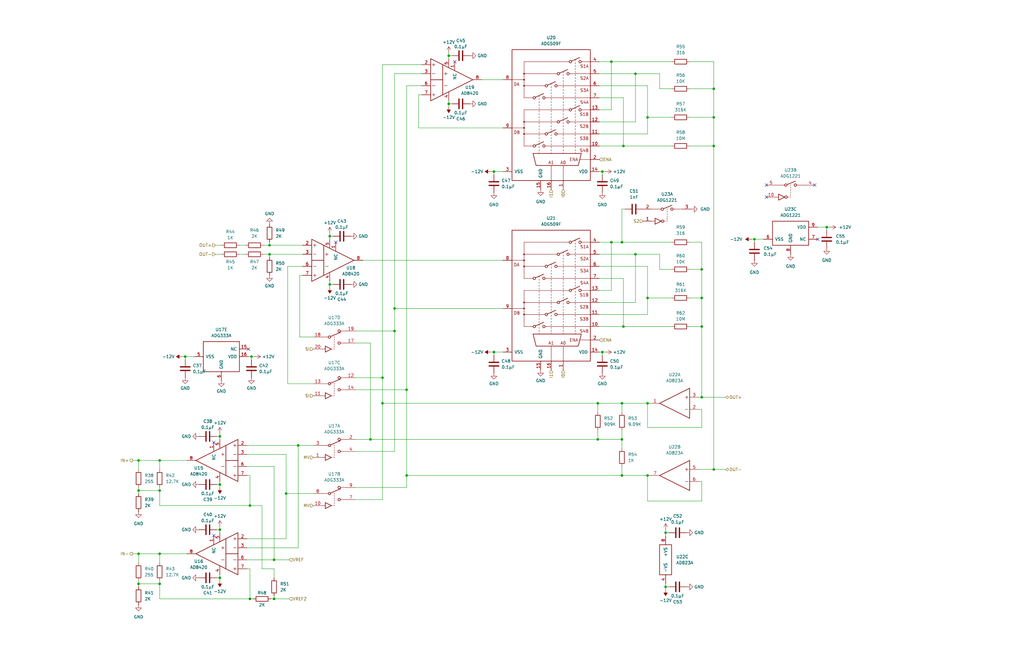
<source format=kicad_sch>
(kicad_sch (version 20231120) (generator "eeschema") (generator_version "8.0")
  (paper "USLedger")
  (title_block (title "SMU 2.0") (date "2025-05-29") (company "Olin College of Engineering"))
  (junction (at 171.45 164.465))
  (junction (at 161.29 170.18))
  (junction (at 58.42 207.01))
  (junction (at 300.99 198.12))
  (junction (at 67.31 246.38))
  (junction (at 273.05 200.66))
  (junction (at 300.99 61.595))
  (junction (at 113.665 107.315))
  (junction (at 139.065 99.695))
  (junction (at 295.91 167.64))
  (junction (at 295.91 137.795))
  (junction (at 252.095 185.42))
  (junction (at 125.73 187.96))
  (junction (at 262.89 137.795))
  (junction (at 58.42 246.38))
  (junction (at 273.05 49.53))
  (junction (at 58.42 233.68))
  (junction (at 92.71 204.47))
  (junction (at 92.71 184.15))
  (junction (at 156.21 185.42))
  (junction (at 254 148.59))
  (junction (at 262.255 185.42))
  (junction (at 257.81 102.235))
  (junction (at 105.41 252.73))
  (junction (at 161.29 159.385))
  (junction (at 67.31 194.31))
  (junction (at 139.065 120.015))
  (junction (at 318.135 100.965))
  (junction (at 120.65 208.28))
  (junction (at 295.91 125.73))
  (junction (at 262.255 170.18))
  (junction (at 78.105 150.495))
  (junction (at 105.41 213.36))
  (junction (at 295.91 113.665))
  (junction (at 208.28 72.39))
  (junction (at 262.255 102.235))
  (junction (at 58.42 194.31))
  (junction (at 300.99 49.53))
  (junction (at 262.89 61.595))
  (junction (at 67.31 207.01))
  (junction (at 208.28 148.59))
  (junction (at 113.665 103.505))
  (junction (at 67.31 233.68))
  (junction (at 348.615 95.885))
  (junction (at 171.45 200.66))
  (junction (at 254 72.39))
  (junction (at 262.255 200.66))
  (junction (at 189.23 43.815))
  (junction (at 92.71 223.52))
  (junction (at 273.05 170.18))
  (junction (at 280.67 247.65))
  (junction (at 189.23 23.495))
  (junction (at 267.97 31.115))
  (junction (at 280.67 224.79))
  (junction (at 115.57 236.22))
  (junction (at 166.37 130.175))
  (junction (at 273.05 125.73))
  (junction (at 92.71 243.84))
  (junction (at 300.99 37.465))
  (junction (at 252.095 170.18))
  (junction (at 257.81 26.035))
  (junction (at 267.97 107.315))
  (junction (at 106.045 150.495))
  (junction (at 115.57 252.73))
  (junction (at 166.37 139.7))
  (no_connect (at 344.805 100.965))
  (no_connect (at 90.17 186.69))
  (no_connect (at 323.215 83.185))
  (no_connect (at 343.535 78.105))
  (no_connect (at 323.215 78.105))
  (no_connect (at 191.77 26.035))
  (no_connect (at 141.605 102.235))
  (no_connect (at 104.775 147.32))
  (no_connect (at 90.17 226.06))
  (wire (pts (xy 55.88 194.31) (xy 58.42 194.31)))
  (wire (pts (xy 348.615 95.885) (xy 348.615 97.155)))
  (wire (pts (xy 280.67 224.79) (xy 281.94 224.79)))
  (wire (pts (xy 252.73 122.555) (xy 257.81 122.555)))
  (wire (pts (xy 262.255 170.18) (xy 262.255 173.99)))
  (wire (pts (xy 262.255 88.265) (xy 262.255 102.235)))
  (wire (pts (xy 252.095 173.99) (xy 252.095 170.18)))
  (wire (pts (xy 139.065 100.965) (xy 139.065 99.695)))
  (wire (pts (xy 177.8 40.005) (xy 176.53 40.005)))
  (wire (pts (xy 67.31 233.68) (xy 78.74 233.68)))
  (wire (pts (xy 280.67 247.65) (xy 280.67 248.92)))
  (wire (pts (xy 100.965 103.505) (xy 103.505 103.505)))
  (wire (pts (xy 92.71 223.52) (xy 92.71 224.79)))
  (wire (pts (xy 104.775 150.495) (xy 106.045 150.495)))
  (wire (pts (xy 58.42 245.11) (xy 58.42 246.38)))
  (wire (pts (xy 316.865 100.965) (xy 318.135 100.965)))
  (wire (pts (xy 67.31 213.36) (xy 105.41 213.36)))
  (wire (pts (xy 257.81 102.235) (xy 262.255 102.235)))
  (wire (pts (xy 262.255 102.235) (xy 283.21 102.235)))
  (wire (pts (xy 104.14 227.33) (xy 120.65 227.33)))
  (wire (pts (xy 139.065 120.015) (xy 140.335 120.015)))
  (wire (pts (xy 254 148.59) (xy 255.27 148.59)))
  (wire (pts (xy 278.13 37.465) (xy 283.21 37.465)))
  (wire (pts (xy 120.65 191.77) (xy 120.65 208.28)))
  (wire (pts (xy 91.44 204.47) (xy 92.71 204.47)))
  (wire (pts (xy 252.73 46.355) (xy 257.81 46.355)))
  (wire (pts (xy 295.91 113.665) (xy 295.91 125.73)))
  (wire (pts (xy 58.42 207.01) (xy 67.31 207.01)))
  (wire (pts (xy 161.29 159.385) (xy 161.29 170.18)))
  (wire (pts (xy 125.73 187.96) (xy 125.73 231.14)))
  (wire (pts (xy 189.23 43.815) (xy 189.23 45.085)))
  (wire (pts (xy 207.01 148.59) (xy 208.28 148.59)))
  (wire (pts (xy 254 148.59) (xy 254 149.86)))
  (wire (pts (xy 92.71 203.2) (xy 92.71 204.47)))
  (wire (pts (xy 126.365 142.24) (xy 132.08 142.24)))
  (wire (pts (xy 106.045 150.495) (xy 106.045 151.765)))
  (wire (pts (xy 295.91 137.795) (xy 295.91 167.64)))
  (wire (pts (xy 278.13 113.665) (xy 278.13 107.315)))
  (wire (pts (xy 92.71 184.15) (xy 92.71 185.42)))
  (wire (pts (xy 252.73 137.795) (xy 262.89 137.795)))
  (wire (pts (xy 295.91 203.2) (xy 295.91 211.455)))
  (wire (pts (xy 166.37 190.5) (xy 166.37 139.7)))
  (wire (pts (xy 189.23 43.815) (xy 190.5 43.815)))
  (wire (pts (xy 121.285 112.395) (xy 127.635 112.395)))
  (wire (pts (xy 110.49 213.36) (xy 110.49 240.03)))
  (wire (pts (xy 267.97 31.115) (xy 267.97 51.435)))
  (wire (pts (xy 290.83 37.465) (xy 300.99 37.465)))
  (wire (pts (xy 111.125 107.315) (xy 113.665 107.315)))
  (wire (pts (xy 171.45 36.195) (xy 171.45 164.465)))
  (wire (pts (xy 273.05 56.515) (xy 252.73 56.515)))
  (wire (pts (xy 321.945 100.965) (xy 318.135 100.965)))
  (wire (pts (xy 278.13 31.115) (xy 267.97 31.115)))
  (wire (pts (xy 290.83 102.235) (xy 295.91 102.235)))
  (wire (pts (xy 106.045 150.495) (xy 107.315 150.495)))
  (wire (pts (xy 257.81 46.355) (xy 257.81 26.035)))
  (wire (pts (xy 149.86 205.74) (xy 171.45 205.74)))
  (wire (pts (xy 294.64 167.64) (xy 295.91 167.64)))
  (wire (pts (xy 257.81 26.035) (xy 283.21 26.035)))
  (wire (pts (xy 252.73 102.235) (xy 257.81 102.235)))
  (wire (pts (xy 67.31 233.68) (xy 67.31 237.49)))
  (wire (pts (xy 177.8 31.115) (xy 166.37 31.115)))
  (wire (pts (xy 76.835 150.495) (xy 78.105 150.495)))
  (wire (pts (xy 67.31 252.73) (xy 105.41 252.73)))
  (wire (pts (xy 104.14 196.85) (xy 115.57 196.85)))
  (wire (pts (xy 262.255 88.265) (xy 263.525 88.265)))
  (wire (pts (xy 300.99 49.53) (xy 300.99 61.595)))
  (wire (pts (xy 262.255 196.85) (xy 262.255 200.66)))
  (wire (pts (xy 139.065 120.015) (xy 139.065 121.285)))
  (wire (pts (xy 290.83 61.595) (xy 300.99 61.595)))
  (wire (pts (xy 115.57 251.46) (xy 115.57 252.73)))
  (wire (pts (xy 92.71 243.84) (xy 92.71 245.11)))
  (wire (pts (xy 273.05 36.195) (xy 273.05 49.53)))
  (wire (pts (xy 113.665 103.505) (xy 127.635 103.505)))
  (wire (pts (xy 252.095 170.18) (xy 262.255 170.18)))
  (wire (pts (xy 290.83 113.665) (xy 295.91 113.665)))
  (wire (pts (xy 290.83 125.73) (xy 295.91 125.73)))
  (wire (pts (xy 153.035 109.855) (xy 212.09 109.855)))
  (wire (pts (xy 278.13 107.315) (xy 267.97 107.315)))
  (wire (pts (xy 348.615 95.885) (xy 349.885 95.885)))
  (wire (pts (xy 189.23 42.545) (xy 189.23 43.815)))
  (wire (pts (xy 92.71 242.57) (xy 92.71 243.84)))
  (wire (pts (xy 67.31 194.31) (xy 78.74 194.31)))
  (wire (pts (xy 149.86 144.78) (xy 156.21 144.78)))
  (wire (pts (xy 78.105 150.495) (xy 78.105 151.765)))
  (wire (pts (xy 208.28 72.39) (xy 208.28 73.66)))
  (wire (pts (xy 58.42 246.38) (xy 67.31 246.38)))
  (wire (pts (xy 171.45 200.66) (xy 262.255 200.66)))
  (wire (pts (xy 171.45 200.66) (xy 171.45 205.74)))
  (wire (pts (xy 189.23 23.495) (xy 190.5 23.495)))
  (wire (pts (xy 318.135 100.965) (xy 318.135 102.235)))
  (wire (pts (xy 252.73 61.595) (xy 262.89 61.595)))
  (wire (pts (xy 91.44 243.84) (xy 92.71 243.84)))
  (wire (pts (xy 262.89 117.475) (xy 262.89 137.795)))
  (wire (pts (xy 267.97 51.435) (xy 252.73 51.435)))
  (wire (pts (xy 267.97 107.315) (xy 267.97 127.635)))
  (wire (pts (xy 254 72.39) (xy 255.27 72.39)))
  (wire (pts (xy 189.23 22.225) (xy 189.23 23.495)))
  (wire (pts (xy 290.83 26.035) (xy 300.99 26.035)))
  (wire (pts (xy 149.86 159.385) (xy 161.29 159.385)))
  (wire (pts (xy 273.05 200.66) (xy 274.32 200.66)))
  (wire (pts (xy 295.91 102.235) (xy 295.91 113.665)))
  (wire (pts (xy 262.89 61.595) (xy 283.21 61.595)))
  (wire (pts (xy 58.42 233.68) (xy 67.31 233.68)))
  (wire (pts (xy 295.91 180.34) (xy 273.05 180.34)))
  (wire (pts (xy 139.065 98.425) (xy 139.065 99.695)))
  (wire (pts (xy 149.86 190.5) (xy 166.37 190.5)))
  (wire (pts (xy 161.29 210.82) (xy 161.29 170.18)))
  (wire (pts (xy 78.105 150.495) (xy 81.915 150.495)))
  (wire (pts (xy 113.665 107.315) (xy 127.635 107.315)))
  (wire (pts (xy 113.665 107.315) (xy 113.665 108.585)))
  (wire (pts (xy 90.805 107.315) (xy 93.345 107.315)))
  (wire (pts (xy 58.42 233.68) (xy 58.42 237.49)))
  (wire (pts (xy 262.89 137.795) (xy 283.21 137.795)))
  (wire (pts (xy 252.73 107.315) (xy 267.97 107.315)))
  (wire (pts (xy 161.29 27.305) (xy 161.29 159.385)))
  (wire (pts (xy 58.42 246.38) (xy 58.42 247.65)))
  (wire (pts (xy 104.14 236.22) (xy 115.57 236.22)))
  (wire (pts (xy 252.73 36.195) (xy 273.05 36.195)))
  (wire (pts (xy 104.14 191.77) (xy 120.65 191.77)))
  (wire (pts (xy 139.065 99.695) (xy 140.335 99.695)))
  (wire (pts (xy 121.285 161.925) (xy 121.285 112.395)))
  (wire (pts (xy 104.14 187.96) (xy 125.73 187.96)))
  (wire (pts (xy 294.64 198.12) (xy 300.99 198.12)))
  (wire (pts (xy 208.28 148.59) (xy 208.28 149.86)))
  (wire (pts (xy 262.255 185.42) (xy 262.255 189.23)))
  (wire (pts (xy 113.665 102.235) (xy 113.665 103.505)))
  (wire (pts (xy 290.83 49.53) (xy 300.99 49.53)))
  (wire (pts (xy 100.965 107.315) (xy 103.505 107.315)))
  (wire (pts (xy 115.57 240.03) (xy 110.49 240.03)))
  (wire (pts (xy 120.65 208.28) (xy 132.08 208.28)))
  (wire (pts (xy 115.57 236.22) (xy 121.92 236.22)))
  (wire (pts (xy 55.88 233.68) (xy 58.42 233.68)))
  (wire (pts (xy 90.805 103.505) (xy 93.345 103.505)))
  (wire (pts (xy 176.53 53.975) (xy 212.09 53.975)))
  (wire (pts (xy 207.01 72.39) (xy 208.28 72.39)))
  (wire (pts (xy 208.28 72.39) (xy 212.09 72.39)))
  (wire (pts (xy 294.64 172.72) (xy 295.91 172.72)))
  (wire (pts (xy 156.21 144.78) (xy 156.21 185.42)))
  (wire (pts (xy 300.99 26.035) (xy 300.99 37.465)))
  (wire (pts (xy 111.125 103.505) (xy 113.665 103.505)))
  (wire (pts (xy 280.67 226.06) (xy 280.67 224.79)))
  (wire (pts (xy 252.73 72.39) (xy 254 72.39)))
  (wire (pts (xy 344.805 95.885) (xy 348.615 95.885)))
  (wire (pts (xy 262.255 200.66) (xy 273.05 200.66)))
  (wire (pts (xy 105.41 252.73) (xy 106.68 252.73)))
  (wire (pts (xy 139.065 118.745) (xy 139.065 120.015)))
  (wire (pts (xy 273.05 49.53) (xy 273.05 56.515)))
  (wire (pts (xy 58.42 194.31) (xy 67.31 194.31)))
  (wire (pts (xy 295.91 172.72) (xy 295.91 180.34)))
  (wire (pts (xy 300.99 198.12) (xy 306.07 198.12)))
  (wire (pts (xy 149.86 139.7) (xy 166.37 139.7)))
  (wire (pts (xy 171.45 164.465) (xy 171.45 200.66)))
  (wire (pts (xy 300.99 37.465) (xy 300.99 49.53)))
  (wire (pts (xy 176.53 40.005) (xy 176.53 53.975)))
  (wire (pts (xy 115.57 243.84) (xy 115.57 240.03)))
  (wire (pts (xy 295.91 211.455) (xy 273.05 211.455)))
  (wire (pts (xy 295.91 167.64) (xy 306.07 167.64)))
  (wire (pts (xy 115.57 252.73) (xy 114.3 252.73)))
  (wire (pts (xy 166.37 31.115) (xy 166.37 130.175)))
  (wire (pts (xy 262.255 181.61) (xy 262.255 185.42)))
  (wire (pts (xy 166.37 139.7) (xy 166.37 130.175)))
  (wire (pts (xy 294.64 203.2) (xy 295.91 203.2)))
  (wire (pts (xy 58.42 207.01) (xy 58.42 208.28)))
  (wire (pts (xy 278.13 113.665) (xy 283.21 113.665)))
  (wire (pts (xy 91.44 223.52) (xy 92.71 223.52)))
  (wire (pts (xy 149.86 164.465) (xy 171.45 164.465)))
  (wire (pts (xy 92.71 182.88) (xy 92.71 184.15)))
  (wire (pts (xy 252.095 185.42) (xy 156.21 185.42)))
  (wire (pts (xy 300.99 61.595) (xy 300.99 198.12)))
  (wire (pts (xy 149.86 210.82) (xy 161.29 210.82)))
  (wire (pts (xy 58.42 205.74) (xy 58.42 207.01)))
  (wire (pts (xy 91.44 184.15) (xy 92.71 184.15)))
  (wire (pts (xy 67.31 205.74) (xy 67.31 207.01)))
  (wire (pts (xy 127.635 116.205) (xy 126.365 116.205)))
  (wire (pts (xy 262.89 41.275) (xy 262.89 61.595)))
  (wire (pts (xy 262.89 117.475) (xy 252.73 117.475)))
  (wire (pts (xy 166.37 130.175) (xy 212.09 130.175)))
  (wire (pts (xy 203.2 33.655) (xy 212.09 33.655)))
  (wire (pts (xy 254 72.39) (xy 254 73.66)))
  (wire (pts (xy 252.095 181.61) (xy 252.095 185.42)))
  (wire (pts (xy 278.13 37.465) (xy 278.13 31.115)))
  (wire (pts (xy 115.57 196.85) (xy 115.57 236.22)))
  (wire (pts (xy 280.67 247.65) (xy 281.94 247.65)))
  (wire (pts (xy 262.255 170.18) (xy 273.05 170.18)))
  (wire (pts (xy 67.31 194.31) (xy 67.31 198.12)))
  (wire (pts (xy 67.31 252.73) (xy 67.31 246.38)))
  (wire (pts (xy 280.67 246.38) (xy 280.67 247.65)))
  (wire (pts (xy 262.89 41.275) (xy 252.73 41.275)))
  (wire (pts (xy 104.14 231.14) (xy 125.73 231.14)))
  (wire (pts (xy 257.81 122.555) (xy 257.81 102.235)))
  (wire (pts (xy 273.05 211.455) (xy 273.05 200.66)))
  (wire (pts (xy 92.71 222.25) (xy 92.71 223.52)))
  (wire (pts (xy 105.41 240.03) (xy 104.14 240.03)))
  (wire (pts (xy 273.05 125.73) (xy 273.05 132.715)))
  (wire (pts (xy 273.05 49.53) (xy 283.21 49.53)))
  (wire (pts (xy 105.41 200.66) (xy 104.14 200.66)))
  (wire (pts (xy 161.29 170.18) (xy 252.095 170.18)))
  (wire (pts (xy 115.57 252.73) (xy 121.92 252.73)))
  (wire (pts (xy 67.31 245.11) (xy 67.31 246.38)))
  (wire (pts (xy 132.08 161.925) (xy 121.285 161.925)))
  (wire (pts (xy 177.8 36.195) (xy 171.45 36.195)))
  (wire (pts (xy 92.71 204.47) (xy 92.71 205.74)))
  (wire (pts (xy 252.73 26.035) (xy 257.81 26.035)))
  (wire (pts (xy 125.73 187.96) (xy 132.08 187.96)))
  (wire (pts (xy 252.73 112.395) (xy 273.05 112.395)))
  (wire (pts (xy 290.83 137.795) (xy 295.91 137.795)))
  (wire (pts (xy 295.91 125.73) (xy 295.91 137.795)))
  (wire (pts (xy 280.67 223.52) (xy 280.67 224.79)))
  (wire (pts (xy 273.05 132.715) (xy 252.73 132.715)))
  (wire (pts (xy 267.97 127.635) (xy 252.73 127.635)))
  (wire (pts (xy 273.05 180.34) (xy 273.05 170.18)))
  (wire (pts (xy 58.42 194.31) (xy 58.42 198.12)))
  (wire (pts (xy 189.23 24.765) (xy 189.23 23.495)))
  (wire (pts (xy 105.41 240.03) (xy 105.41 252.73)))
  (wire (pts (xy 252.73 148.59) (xy 254 148.59)))
  (wire (pts (xy 252.095 185.42) (xy 262.255 185.42)))
  (wire (pts (xy 120.65 227.33) (xy 120.65 208.28)))
  (wire (pts (xy 67.31 213.36) (xy 67.31 207.01)))
  (wire (pts (xy 273.05 170.18) (xy 274.32 170.18)))
  (wire (pts (xy 208.28 148.59) (xy 212.09 148.59)))
  (wire (pts (xy 252.73 31.115) (xy 267.97 31.115)))
  (wire (pts (xy 273.05 112.395) (xy 273.05 125.73)))
  (wire (pts (xy 126.365 116.205) (xy 126.365 142.24)))
  (wire (pts (xy 149.86 185.42) (xy 156.21 185.42)))
  (wire (pts (xy 105.41 200.66) (xy 105.41 213.36)))
  (wire (pts (xy 273.05 125.73) (xy 283.21 125.73)))
  (wire (pts (xy 110.49 213.36) (xy 105.41 213.36)))
  (wire (pts (xy 177.8 27.305) (xy 161.29 27.305)))
  (hierarchical_label "VREF2" (shape input) (at 121.92 252.73 0))
  (hierarchical_label "ENA" (shape input) (at 252.73 143.51 0))
  (hierarchical_label "I1" (shape input) (at 232.41 156.21 270))
  (hierarchical_label "OUT-" (shape input) (at 90.805 107.315 180))
  (hierarchical_label "I0" (shape input) (at 237.49 80.01 270))
  (hierarchical_label "I0" (shape input) (at 237.49 156.21 270))
  (hierarchical_label "MV" (shape input) (at 132.08 213.36 180))
  (hierarchical_label "DUT-" (shape bidirectional) (at 306.07 198.12 0))
  (hierarchical_label "MV" (shape input) (at 132.08 193.04 180))
  (hierarchical_label "S2" (shape input) (at 271.145 93.345 180))
  (hierarchical_label "VREF" (shape input) (at 121.92 236.22 0))
  (hierarchical_label "SI" (shape input) (at 132.08 167.005 180))
  (hierarchical_label "OUT+" (shape input) (at 90.805 103.505 180))
  (hierarchical_label "DUT+" (shape bidirectional) (at 306.07 167.64 0))
  (hierarchical_label "I1" (shape input) (at 232.41 80.01 270))
  (hierarchical_label "ENA" (shape input) (at 252.73 67.31 0))
  (hierarchical_label "IN-" (shape output) (at 55.88 233.68 180))
  (hierarchical_label "IN+" (shape output) (at 55.88 194.31 180))
  (hierarchical_label "SI" (shape input) (at 132.08 147.32 180))
  (symbol (lib_name "GND_1") (lib_id "power:GND") (at 58.42 255.27 0) (unit 1)
    (property "Reference" "#PWR0105" (effects (hide yes)))
    (property "Value" "GND" (at 58.42 260.35 0))
    (property "Description" "Power symbol creates a global label with name \"GND\" , ground" (effects (hide yes)))
    (instances (project "smu_shield" (path "" (reference "#PWR0105") (unit 1)) (path "" (reference "#PWR060") (unit 1))))
  )
  (symbol (lib_id "power:GND") (at 227.965 80.01 0) (unit 1)
    (property "Reference" "#PWR0133" (effects (hide yes)))
    (property "Value" "GND" (at 227.965 85.09 0))
    (instances (project "smu_shield" (path "" (reference "#PWR0133") (unit 1)) (path "" (reference "#PWR088") (unit 1))))
  )
  (symbol (lib_id "Device:C") (at 106.045 155.575 0) (unit 1)
    (property "Reference" "C42" (at 109.22 154.3049 0) (effects (justify left)))
    (property "Value" "0.1µF" (at 109.22 156.8449 0) (effects (justify left)))
    (property "Footprint" "Capacitor_SMD:C_0603_1608Metric" (effects (hide yes)))
    (instances (project "smu_shield" (path "" (reference "C42") (unit 1)) (path "" (reference "C23") (unit 1))))
  )
  (symbol (lib_id "Device:R") (at 115.57 247.65 0) (unit 1)
    (property "Reference" "R51" (at 118.11 246.3799 0) (effects (justify left)))
    (property "Value" "2K" (at 118.11 248.9199 0) (effects (justify left)))
    (property "Footprint" "Resistor_SMD:R_0603_1608Metric" (effects (hide yes)))
    (property "Description" "Resistor" (effects (hide yes)))
    (instances (project "smu_shield" (path "" (reference "R51") (unit 1)) (path "" (reference "R26") (unit 1))))
  )
  (symbol (lib_id "Device:R") (at 113.665 112.395 0) (unit 1)
    (property "Reference" "R50" (at 116.205 111.1249 0) (effects (justify left)))
    (property "Value" "2K" (at 116.205 113.6649 0) (effects (justify left)))
    (property "Footprint" "Resistor_SMD:R_0603_1608Metric" (effects (hide yes)))
    (instances (project "smu_shield" (path "" (reference "R50") (unit 1)) (path "" (reference "R25") (unit 1))))
  )
  (symbol (lib_id "Eclectronics:AD8420") (at 92.71 194.31 0) (mirror y) (unit 1)
    (property "Reference" "U15" (at 83.82 197.485 0))
    (property "Value" "AD8420" (at 83.82 200.025 0))
    (property "Footprint" "Package_SO:MSOP-8_3x3mm_P0.65mm" (effects (hide yes)))
    (instances (project "smu_shield" (path "" (reference "U15") (unit 1)) (path "" (reference "U6") (unit 1))))
  )
  (symbol (lib_id "power:GND") (at 83.82 223.52 270) (unit 1)
    (property "Reference" "#PWR0110" (effects (hide yes)))
    (property "Value" "GND" (at 80.645 223.5199 90) (effects (justify right)))
    (instances (project "smu_shield" (path "" (reference "#PWR0110") (unit 1)) (path "" (reference "#PWR065") (unit 1))))
  )
  (symbol (lib_id "power:GND") (at 208.28 81.28 0) (unit 1)
    (property "Reference" "#PWR0131" (effects (hide yes)))
    (property "Value" "GND" (at 208.28 86.36 0))
    (instances (project "smu_shield" (path "" (reference "#PWR0131") (unit 1)) (path "" (reference "#PWR086") (unit 1))))
  )
  (symbol (lib_id "Device:C") (at 144.145 120.015 90) (mirror x) (unit 1)
    (property "Reference" "C44" (at 144.145 126.365 90))
    (property "Value" "0.1µF" (at 144.145 123.825 90))
    (property "Footprint" "Capacitor_SMD:C_0603_1608Metric" (effects (hide yes)))
    (instances (project "smu_shield" (path "" (reference "C44") (unit 1)) (path "" (reference "C25") (unit 1))))
  )
  (symbol (lib_id "power:GND") (at 254 157.48 0) (unit 1)
    (property "Reference" "#PWR0136" (effects (hide yes)))
    (property "Value" "GND" (at 254 161.925 0))
    (instances (project "smu_shield" (path "" (reference "#PWR0136") (unit 1)) (path "" (reference "#PWR091") (unit 1))))
  )
  (symbol (lib_id "Device:R") (at 58.42 241.3 0) (unit 1)
    (property "Reference" "R40" (at 60.96 240.0299 0) (effects (justify left)))
    (property "Value" "255" (at 60.96 242.5699 0) (effects (justify left)))
    (property "Footprint" "Resistor_SMD:R_0603_1608Metric" (effects (hide yes)))
    (property "Description" "Resistor" (effects (hide yes)))
    (instances (project "smu_shield" (path "" (reference "R40") (unit 1)) (path "" (reference "R15") (unit 1))))
  )
  (symbol (lib_name "GND_2") (lib_id "power:GND") (at 348.615 104.775 0) (unit 1)
    (property "Reference" "#PWR0147" (effects (hide yes)))
    (property "Value" "GND" (at 348.615 109.855 0))
    (property "Description" "Power symbol creates a global label with name \"GND\" , ground" (effects (hide yes)))
    (instances (project "" (path "" (reference "#PWR0147") (unit 1)) (path "" (reference "#PWR0102") (unit 1))))
  )
  (symbol (lib_id "power:-12V") (at 280.67 248.92 180) (unit 1)
    (property "Reference" "#PWR0140" (effects (hide yes)))
    (property "Value" "-12V" (at 280.67 253.365 0))
    (instances (project "smu_shield" (path "" (reference "#PWR0140") (unit 1)) (path "" (reference "#PWR095") (unit 1))))
  )
  (symbol (lib_id "power:GND") (at 106.045 159.385 0) (unit 1)
    (property "Reference" "#PWR0117" (effects (hide yes)))
    (property "Value" "GND" (at 106.045 163.83 0))
    (instances (project "smu_shield" (path "" (reference "#PWR0117") (unit 1)) (path "" (reference "#PWR072") (unit 1))))
  )
  (symbol (lib_id "Device:R") (at 287.02 102.235 90) (unit 1)
    (property "Reference" "R59" (at 287.02 95.885 90))
    (property "Value" "316" (at 287.02 98.425 90))
    (property "Footprint" "Resistor_SMD:R_0603_1608Metric" (effects (hide yes)))
    (instances (project "smu_shield" (path "" (reference "R59") (unit 1)) (path "" (reference "R34") (unit 1))))
  )
  (symbol (lib_id "Device:R") (at 287.02 61.595 90) (unit 1)
    (property "Reference" "R58" (at 287.02 55.88 90))
    (property "Value" "10M" (at 287.02 58.42 90))
    (property "Footprint" "Resistor_SMD:R_1206_3216Metric" (effects (hide yes)))
    (instances (project "smu_shield" (path "" (reference "R58") (unit 1)) (path "" (reference "R33") (unit 1))))
  )
  (symbol (lib_id "power:+12V") (at 139.065 98.425 0) (unit 1)
    (property "Reference" "#PWR0121" (effects (hide yes)))
    (property "Value" "+12V" (at 139.065 93.98 0))
    (instances (project "smu_shield" (path "" (reference "#PWR0121") (unit 1)) (path "" (reference "#PWR076") (unit 1))))
  )
  (symbol (lib_id "Device:C") (at 285.75 224.79 90) (unit 1)
    (property "Reference" "C52" (at 285.75 217.805 90))
    (property "Value" "0.1µF" (at 285.75 220.345 90))
    (property "Footprint" "Capacitor_SMD:C_0603_1608Metric" (effects (hide yes)))
    (instances (project "smu_shield" (path "" (reference "C52") (unit 1)) (path "" (reference "C33") (unit 1))))
  )
  (symbol (lib_id "power:GND") (at 147.955 120.015 90) (unit 1)
    (property "Reference" "#PWR0124" (effects (hide yes)))
    (property "Value" "GND" (at 151.13 120.0149 90) (effects (justify right)))
    (instances (project "smu_shield" (path "" (reference "#PWR0124") (unit 1)) (path "" (reference "#PWR079") (unit 1))))
  )
  (symbol (lib_id "Device:R") (at 287.02 49.53 90) (unit 1)
    (property "Reference" "R57" (at 287.02 43.815 90))
    (property "Value" "316K" (at 287.02 46.355 90))
    (property "Footprint" "Resistor_SMD:R_0603_1608Metric" (effects (hide yes)))
    (instances (project "smu_shield" (path "" (reference "R57") (unit 1)) (path "" (reference "R32") (unit 1))))
  )
  (symbol (lib_id "Device:R") (at 287.02 37.465 90) (unit 1)
    (property "Reference" "R56" (at 287.02 31.75 90))
    (property "Value" "10K" (at 287.02 34.29 90))
    (property "Footprint" "Resistor_SMD:R_0603_1608Metric" (effects (hide yes)))
    (instances (project "smu_shield" (path "" (reference "R56") (unit 1)) (path "" (reference "R31") (unit 1))))
  )
  (symbol (lib_id "Eclectronics:ADG333A") (at 140.97 187.96 0) (unit 1)
    (property "Reference" "U17" (at 140.97 179.705 0))
    (property "Value" "ADG333A" (at 140.97 182.245 0))
    (property "Footprint" "Eclectronics:SSOP-20_5.3x7.2mm_P0.65mm" (effects (hide yes)))
    (instances (project "smu_shield" (path "" (reference "U17") (unit 1)) (path "" (reference "U8") (unit 1))))
  )
  (symbol (lib_name "GND_3") (lib_id "power:GND") (at 291.465 88.265 90) (unit 1)
    (property "Reference" "#PWR0143" (effects (hide yes)))
    (property "Value" "GND" (at 295.275 88.2649 90) (effects (justify right)))
    (property "Description" "Power symbol creates a global label with name \"GND\" , ground" (effects (hide yes)))
    (instances (project "" (path "" (reference "#PWR0143") (unit 1)) (path "" (reference "#PWR098") (unit 1))))
  )
  (symbol (lib_id "Device:C") (at 87.63 184.15 90) (unit 1)
    (property "Reference" "C38" (at 87.63 177.8 90))
    (property "Value" "0.1µF" (at 87.63 180.34 90))
    (property "Footprint" "Capacitor_SMD:C_0603_1608Metric" (effects (hide yes)))
    (instances (project "smu_shield" (path "" (reference "C38") (unit 1)) (path "" (reference "C19") (unit 1))))
  )
  (symbol (lib_id "power:GND") (at 289.56 224.79 90) (unit 1)
    (property "Reference" "#PWR0141" (effects (hide yes)))
    (property "Value" "GND" (at 292.735 224.7899 90) (effects (justify right)))
    (instances (project "smu_shield" (path "" (reference "#PWR0141") (unit 1)) (path "" (reference "#PWR096") (unit 1))))
  )
  (symbol (lib_id "power:GND") (at 83.82 184.15 270) (unit 1)
    (property "Reference" "#PWR0108" (effects (hide yes)))
    (property "Value" "GND" (at 80.645 184.1499 90) (effects (justify right)))
    (instances (project "smu_shield" (path "" (reference "#PWR0108") (unit 1)) (path "" (reference "#PWR063") (unit 1))))
  )
  (symbol (lib_id "power:GND") (at 208.28 157.48 0) (unit 1)
    (property "Reference" "#PWR0132" (effects (hide yes)))
    (property "Value" "GND" (at 208.28 161.925 0))
    (instances (project "smu_shield" (path "" (reference "#PWR0132") (unit 1)) (path "" (reference "#PWR087") (unit 1))))
  )
  (symbol (lib_id "power:-12V") (at 207.01 148.59 90) (unit 1)
    (property "Reference" "#PWR0130" (effects (hide yes)))
    (property "Value" "-12V" (at 203.835 148.5899 90) (effects (justify left)))
    (instances (project "smu_shield" (path "" (reference "#PWR0130") (unit 1)) (path "" (reference "#PWR085") (unit 1))))
  )
  (symbol (lib_id "power:+12V") (at 255.27 148.59 270) (unit 1)
    (property "Reference" "#PWR0138" (effects (hide yes)))
    (property "Value" "+12V" (at 258.445 148.5899 90) (effects (justify left)))
    (instances (project "smu_shield" (path "" (reference "#PWR0138") (unit 1)) (path "" (reference "#PWR093") (unit 1))))
  )
  (symbol (lib_id "Device:R") (at 287.02 26.035 90) (unit 1)
    (property "Reference" "R55" (at 287.02 19.685 90))
    (property "Value" "316" (at 287.02 22.225 90))
    (property "Footprint" "Resistor_SMD:R_0603_1608Metric" (effects (hide yes)))
    (instances (project "smu_shield" (path "" (reference "R55") (unit 1)) (path "" (reference "R30") (unit 1))))
  )
  (symbol (lib_id "Eclectronics:ADG1221") (at 281.305 90.805 0) (unit 1)
    (property "Reference" "U23" (at 281.305 81.915 0))
    (property "Value" "ADG1221" (at 281.305 84.455 0))
    (property "Footprint" "Package_SO:MSOP-10_3x3mm_P0.5mm" (effects (hide yes)))
    (instances (project "" (path "" (reference "U23") (unit 1)) (path "" (reference "U14") (unit 1))))
  )
  (symbol (lib_id "power:GND") (at 113.665 116.205 0) (unit 1)
    (property "Reference" "#PWR0120" (effects (hide yes)))
    (property "Value" "GND" (at 113.665 120.65 0))
    (instances (project "smu_shield" (path "" (reference "#PWR0120") (unit 1)) (path "" (reference "#PWR075") (unit 1))))
  )
  (symbol (lib_id "power:+12V") (at 107.315 150.495 270) (unit 1)
    (property "Reference" "#PWR0118" (effects (hide yes)))
    (property "Value" "+12V" (at 110.49 150.4949 90) (effects (justify left)))
    (instances (project "smu_shield" (path "" (reference "#PWR0118") (unit 1)) (path "" (reference "#PWR073") (unit 1))))
  )
  (symbol (lib_id "Eclectronics:ADG333A") (at 93.345 150.495 0) (unit 5)
    (property "Reference" "U17" (at 93.345 139.065 0))
    (property "Value" "ADG333A" (at 93.345 141.605 0))
    (property "Footprint" "Eclectronics:SSOP-20_5.3x7.2mm_P0.65mm" (effects (hide yes)))
    (instances (project "smu_shield" (path "" (reference "U17") (unit 5)) (path "" (reference "U8") (unit 5))))
  )
  (symbol (lib_id "power:+12V") (at 92.71 222.25 0) (unit 1)
    (property "Reference" "#PWR0114" (effects (hide yes)))
    (property "Value" "+12V" (at 92.71 217.805 0))
    (instances (project "smu_shield" (path "" (reference "#PWR0114") (unit 1)) (path "" (reference "#PWR069") (unit 1))))
  )
  (symbol (lib_id "Device:C") (at 348.615 100.965 0) (unit 1)
    (property "Reference" "C55" (at 352.425 99.6949 0) (effects (justify left)))
    (property "Value" "0.1µF" (at 352.425 102.2349 0) (effects (justify left)))
    (property "Footprint" "Capacitor_SMD:C_0603_1608Metric" (effects (hide yes)))
    (property "Description" "Unpolarized capacitor" (effects (hide yes)))
    (instances (project "" (path "" (reference "C55") (unit 1)) (path "" (reference "C36") (unit 1))))
  )
  (symbol (lib_id "power:GND") (at 83.82 243.84 270) (unit 1)
    (property "Reference" "#PWR0111" (effects (hide yes)))
    (property "Value" "GND" (at 80.645 243.8399 90) (effects (justify right)))
    (instances (project "smu_shield" (path "" (reference "#PWR0111") (unit 1)) (path "" (reference "#PWR066") (unit 1))))
  )
  (symbol (lib_id "power:GND") (at 198.12 23.495 90) (unit 1)
    (property "Reference" "#PWR0127" (effects (hide yes)))
    (property "Value" "GND" (at 201.295 23.4949 90) (effects (justify right)))
    (instances (project "smu_shield" (path "" (reference "#PWR0127") (unit 1)) (path "" (reference "#PWR082") (unit 1))))
  )
  (symbol (lib_id "power:GND") (at 227.965 156.21 0) (unit 1)
    (property "Reference" "#PWR0134" (effects (hide yes)))
    (property "Value" "GND" (at 227.965 160.655 0))
    (instances (project "smu_shield" (path "" (reference "#PWR0134") (unit 1)) (path "" (reference "#PWR089") (unit 1))))
  )
  (symbol (lib_id "Eclectronics:ADG509F") (at 232.41 125.095 0) (unit 1)
    (property "Reference" "U21" (at 232.41 92.075 0))
    (property "Value" "ADG509F" (at 232.41 94.615 0))
    (property "Footprint" "Package_SO:TSSOP-16_4.4x5mm_P0.65mm" (effects (hide yes)))
    (instances (project "smu_shield" (path "" (reference "U21") (unit 1)) (path "" (reference "U12") (unit 1))))
  )
  (symbol (lib_id "Device:R") (at 58.42 251.46 0) (unit 1)
    (property "Reference" "R41" (at 60.96 250.1899 0) (effects (justify left)))
    (property "Value" "2K" (at 60.96 252.7299 0) (effects (justify left)))
    (property "Footprint" "Resistor_SMD:R_0603_1608Metric" (effects (hide yes)))
    (property "Description" "Resistor" (effects (hide yes)))
    (instances (project "smu_shield" (path "" (reference "R41") (unit 1)) (path "" (reference "R16") (unit 1))))
  )
  (symbol (lib_id "Device:R") (at 262.255 193.04 0) (unit 1)
    (property "Reference" "R54" (at 264.795 191.7699 0) (effects (justify left)))
    (property "Value" "1K" (at 264.795 194.3099 0) (effects (justify left)))
    (property "Footprint" "Resistor_SMD:R_0603_1608Metric" (effects (hide yes)))
    (instances (project "smu_shield" (path "" (reference "R54") (unit 1)) (path "" (reference "R29") (unit 1))))
  )
  (symbol (lib_id "Device:R") (at 107.315 103.505 90) (unit 1)
    (property "Reference" "R46" (at 107.315 97.155 90))
    (property "Value" "2K" (at 107.315 99.695 90))
    (property "Footprint" "Resistor_SMD:R_0603_1608Metric" (effects (hide yes)))
    (instances (project "smu_shield" (path "" (reference "R46") (unit 1)) (path "" (reference "R21") (unit 1))))
  )
  (symbol (lib_id "power:-12V") (at 76.835 150.495 90) (unit 1)
    (property "Reference" "#PWR0106" (effects (hide yes)))
    (property "Value" "-12V" (at 73.66 150.4949 90) (effects (justify left)))
    (instances (project "smu_shield" (path "" (reference "#PWR0106") (unit 1)) (path "" (reference "#PWR061") (unit 1))))
  )
  (symbol (lib_id "power:+12V") (at 189.23 22.225 0) (unit 1)
    (property "Reference" "#PWR0125" (effects (hide yes)))
    (property "Value" "+12V" (at 189.23 17.78 0))
    (instances (project "smu_shield" (path "" (reference "#PWR0125") (unit 1)) (path "" (reference "#PWR080") (unit 1))))
  )
  (symbol (lib_id "power:-12V") (at 139.065 121.285 180) (unit 1)
    (property "Reference" "#PWR0122" (effects (hide yes)))
    (property "Value" "-12V" (at 139.065 125.73 0))
    (instances (project "smu_shield" (path "" (reference "#PWR0122") (unit 1)) (path "" (reference "#PWR077") (unit 1))))
  )
  (symbol (lib_id "Eclectronics:ADG1221") (at 333.375 80.645 0) (unit 2)
    (property "Reference" "U23" (at 333.375 71.755 0))
    (property "Value" "ADG1221" (at 333.375 74.295 0))
    (property "Footprint" "Package_SO:MSOP-10_3x3mm_P0.5mm" (effects (hide yes)))
    (instances (project "" (path "" (reference "U23") (unit 2)) (path "" (reference "U14") (unit 2))))
  )
  (symbol (lib_id "Device:C") (at 267.335 88.265 90) (unit 1)
    (property "Reference" "C51" (at 267.335 80.645 90))
    (property "Value" "1nF" (at 267.335 83.185 90))
    (property "Footprint" "Capacitor_SMD:C_0603_1608Metric" (effects (hide yes)))
    (property "Description" "Unpolarized capacitor" (effects (hide yes)))
    (instances (project "" (path "" (reference "C51") (unit 1)) (path "" (reference "C32") (unit 1))))
  )
  (symbol (lib_name "-12V_1") (lib_id "power:-12V") (at 316.865 100.965 90) (unit 1)
    (property "Reference" "#PWR0144" (effects (hide yes)))
    (property "Value" "-12V" (at 313.055 100.9649 90) (effects (justify left)))
    (property "Description" "Power symbol creates a global label with name \"-12V\"" (effects (hide yes)))
    (instances (project "" (path "" (reference "#PWR0144") (unit 1)) (path "" (reference "#PWR099") (unit 1))))
  )
  (symbol (lib_name "+12V_1") (lib_id "power:+12V") (at 349.885 95.885 270) (unit 1)
    (property "Reference" "#PWR0148" (effects (hide yes)))
    (property "Value" "+12V" (at 353.695 95.8849 90) (effects (justify left)))
    (property "Description" "Power symbol creates a global label with name \"+12V\"" (effects (hide yes)))
    (instances (project "" (path "" (reference "#PWR0148") (unit 1)) (path "" (reference "#PWR0103") (unit 1))))
  )
  (symbol (lib_id "power:-12V") (at 189.23 45.085 180) (unit 1)
    (property "Reference" "#PWR0126" (effects (hide yes)))
    (property "Value" "-12V" (at 189.23 49.53 0))
    (instances (project "smu_shield" (path "" (reference "#PWR0126") (unit 1)) (path "" (reference "#PWR081") (unit 1))))
  )
  (symbol (lib_id "Eclectronics:AD823A") (at 285.75 170.18 0) (mirror y) (unit 1)
    (property "Reference" "U22" (at 284.48 158.115 0))
    (property "Value" "AD823A" (at 284.48 160.655 0))
    (property "Footprint" "Package_SO:MSOP-8_3x3mm_P0.65mm" (effects (hide yes)))
    (instances (project "smu_shield" (path "" (reference "U22") (unit 1)) (path "" (reference "U13") (unit 1))))
  )
  (symbol (lib_id "Eclectronics:ADG509F") (at 232.41 48.895 0) (unit 1)
    (property "Reference" "U20" (at 232.41 15.875 0))
    (property "Value" "ADG509F" (at 232.41 18.415 0))
    (property "Footprint" "Package_SO:TSSOP-16_4.4x5mm_P0.65mm" (effects (hide yes)))
    (instances (project "smu_shield" (path "" (reference "U20") (unit 1)) (path "" (reference "U11") (unit 1))))
  )
  (symbol (lib_id "power:GND") (at 289.56 247.65 90) (unit 1)
    (property "Reference" "#PWR0142" (effects (hide yes)))
    (property "Value" "GND" (at 292.735 247.6499 90) (effects (justify right)))
    (instances (project "smu_shield" (path "" (reference "#PWR0142") (unit 1)) (path "" (reference "#PWR097") (unit 1))))
  )
  (symbol (lib_id "power:-12V") (at 92.71 205.74 180) (unit 1)
    (property "Reference" "#PWR0113" (effects (hide yes)))
    (property "Value" "-12V" (at 92.71 210.185 0))
    (instances (project "smu_shield" (path "" (reference "#PWR0113") (unit 1)) (path "" (reference "#PWR068") (unit 1))))
  )
  (symbol (lib_id "Device:R") (at 97.155 107.315 90) (unit 1)
    (property "Reference" "R45" (at 97.155 110.49 90))
    (property "Value" "1K" (at 97.155 113.03 90))
    (property "Footprint" "Resistor_SMD:R_0603_1608Metric" (effects (hide yes)))
    (instances (project "smu_shield" (path "" (reference "R45") (unit 1)) (path "" (reference "R20") (unit 1))))
  )
  (symbol (lib_id "Device:R") (at 252.095 177.8 0) (unit 1)
    (property "Reference" "R52" (at 254.635 176.5299 0) (effects (justify left)))
    (property "Value" "909K" (at 254.635 179.0699 0) (effects (justify left)))
    (property "Footprint" "Resistor_SMD:R_0603_1608Metric" (effects (hide yes)))
    (instances (project "smu_shield" (path "" (reference "R52") (unit 1)) (path "" (reference "R27") (unit 1))))
  )
  (symbol (lib_name "GND_2") (lib_id "power:GND") (at 318.135 109.855 0) (unit 1)
    (property "Reference" "#PWR0145" (effects (hide yes)))
    (property "Value" "GND" (at 318.135 114.935 0))
    (property "Description" "Power symbol creates a global label with name \"GND\" , ground" (effects (hide yes)))
    (instances (project "smu_shield" (path "" (reference "#PWR0145") (unit 1)) (path "" (reference "#PWR0100") (unit 1))))
  )
  (symbol (lib_id "Device:C") (at 194.31 43.815 90) (mirror x) (unit 1)
    (property "Reference" "C46" (at 194.31 50.165 90))
    (property "Value" "0.1µF" (at 194.31 47.625 90))
    (property "Footprint" "Capacitor_SMD:C_0603_1608Metric" (effects (hide yes)))
    (instances (project "smu_shield" (path "" (reference "C46") (unit 1)) (path "" (reference "C27") (unit 1))))
  )
  (symbol (lib_id "power:GND") (at 78.105 159.385 0) (unit 1)
    (property "Reference" "#PWR0107" (effects (hide yes)))
    (property "Value" "GND" (at 78.105 163.83 0))
    (instances (project "smu_shield" (path "" (reference "#PWR0107") (unit 1)) (path "" (reference "#PWR062") (unit 1))))
  )
  (symbol (lib_id "Device:C") (at 144.145 99.695 90) (unit 1)
    (property "Reference" "C43" (at 144.145 93.345 90))
    (property "Value" "0.1µF" (at 144.145 95.885 90))
    (property "Footprint" "Capacitor_SMD:C_0603_1608Metric" (effects (hide yes)))
    (instances (project "smu_shield" (path "" (reference "C43") (unit 1)) (path "" (reference "C24") (unit 1))))
  )
  (symbol (lib_id "Device:C") (at 194.31 23.495 90) (unit 1)
    (property "Reference" "C45" (at 194.31 17.145 90))
    (property "Value" "0.1µF" (at 194.31 19.685 90))
    (property "Footprint" "Capacitor_SMD:C_0603_1608Metric" (effects (hide yes)))
    (instances (project "smu_shield" (path "" (reference "C45") (unit 1)) (path "" (reference "C26") (unit 1))))
  )
  (symbol (lib_id "power:-12V") (at 92.71 245.11 180) (unit 1)
    (property "Reference" "#PWR0115" (effects (hide yes)))
    (property "Value" "-12V" (at 92.71 249.555 0))
    (instances (project "smu_shield" (path "" (reference "#PWR0115") (unit 1)) (path "" (reference "#PWR070") (unit 1))))
  )
  (symbol (lib_id "Device:R") (at 287.02 125.73 90) (unit 1)
    (property "Reference" "R61" (at 287.02 120.015 90))
    (property "Value" "316K" (at 287.02 122.555 90))
    (property "Footprint" "Resistor_SMD:R_0603_1608Metric" (effects (hide yes)))
    (instances (project "smu_shield" (path "" (reference "R61") (unit 1)) (path "" (reference "R36") (unit 1))))
  )
  (symbol (lib_id "Device:C") (at 285.75 247.65 90) (mirror x) (unit 1)
    (property "Reference" "C53" (at 285.75 254 90))
    (property "Value" "0.1µF" (at 285.75 251.46 90))
    (property "Footprint" "Capacitor_SMD:C_0603_1608Metric" (effects (hide yes)))
    (instances (project "smu_shield" (path "" (reference "C53") (unit 1)) (path "" (reference "C34") (unit 1))))
  )
  (symbol (lib_name "GND_1") (lib_id "power:GND") (at 58.42 215.9 0) (unit 1)
    (property "Reference" "#PWR0104" (effects (hide yes)))
    (property "Value" "GND" (at 58.42 220.98 0))
    (property "Description" "Power symbol creates a global label with name \"GND\" , ground" (effects (hide yes)))
    (instances (project "" (path "" (reference "#PWR0104") (unit 1)) (path "" (reference "#PWR059") (unit 1))))
  )
  (symbol (lib_id "power:+12V") (at 255.27 72.39 270) (unit 1)
    (property "Reference" "#PWR0137" (effects (hide yes)))
    (property "Value" "+12V" (at 258.445 72.3899 90) (effects (justify left)))
    (instances (project "smu_shield" (path "" (reference "#PWR0137") (unit 1)) (path "" (reference "#PWR092") (unit 1))))
  )
  (symbol (lib_id "power:GND") (at 147.955 99.695 90) (unit 1)
    (property "Reference" "#PWR0123" (effects (hide yes)))
    (property "Value" "GND" (at 151.13 99.6949 90) (effects (justify right)))
    (instances (project "smu_shield" (path "" (reference "#PWR0123") (unit 1)) (path "" (reference "#PWR078") (unit 1))))
  )
  (symbol (lib_id "Device:C") (at 87.63 243.84 90) (mirror x) (unit 1)
    (property "Reference" "C41" (at 87.63 250.19 90))
    (property "Value" "0.1µF" (at 87.63 247.65 90))
    (property "Footprint" "Capacitor_SMD:C_0603_1608Metric" (effects (hide yes)))
    (instances (project "smu_shield" (path "" (reference "C41") (unit 1)) (path "" (reference "C22") (unit 1))))
  )
  (symbol (lib_id "Device:R") (at 67.31 201.93 0) (unit 1)
    (property "Reference" "R42" (at 69.85 200.6599 0) (effects (justify left)))
    (property "Value" "12.7K" (at 69.85 203.1999 0) (effects (justify left)))
    (property "Footprint" "Resistor_SMD:R_0603_1608Metric" (effects (hide yes)))
    (property "Description" "Resistor" (effects (hide yes)))
    (instances (project "" (path "" (reference "R42") (unit 1)) (path "" (reference "R17") (unit 1))))
  )
  (symbol (lib_id "power:GND") (at 113.665 94.615 180) (unit 1)
    (property "Reference" "#PWR0119" (effects (hide yes)))
    (property "Value" "GND" (at 113.665 90.17 0))
    (instances (project "smu_shield" (path "" (reference "#PWR0119") (unit 1)) (path "" (reference "#PWR074") (unit 1))))
  )
  (symbol (lib_id "Device:R") (at 113.665 98.425 0) (unit 1)
    (property "Reference" "R49" (at 116.205 97.1549 0) (effects (justify left)))
    (property "Value" "2K" (at 116.205 99.6949 0) (effects (justify left)))
    (property "Footprint" "Resistor_SMD:R_0603_1608Metric" (effects (hide yes)))
    (instances (project "smu_shield" (path "" (reference "R49") (unit 1)) (path "" (reference "R24") (unit 1))))
  )
  (symbol (lib_id "power:GND") (at 83.82 204.47 270) (unit 1)
    (property "Reference" "#PWR0109" (effects (hide yes)))
    (property "Value" "GND" (at 80.645 204.4699 90) (effects (justify right)))
    (instances (project "smu_shield" (path "" (reference "#PWR0109") (unit 1)) (path "" (reference "#PWR064") (unit 1))))
  )
  (symbol (lib_id "Eclectronics:AD8420") (at 139.065 109.855 0) (unit 1)
    (property "Reference" "U18" (at 147.955 113.03 0))
    (property "Value" "AD8420" (at 147.955 115.57 0))
    (property "Footprint" "Package_SO:MSOP-8_3x3mm_P0.65mm" (effects (hide yes)))
    (instances (project "smu_shield" (path "" (reference "U18") (unit 1)) (path "" (reference "U9") (unit 1))))
  )
  (symbol (lib_id "power:-12V") (at 207.01 72.39 90) (unit 1)
    (property "Reference" "#PWR0129" (effects (hide yes)))
    (property "Value" "-12V" (at 203.835 72.3899 90) (effects (justify left)))
    (instances (project "smu_shield" (path "" (reference "#PWR0129") (unit 1)) (path "" (reference "#PWR084") (unit 1))))
  )
  (symbol (lib_id "Device:C") (at 78.105 155.575 0) (unit 1)
    (property "Reference" "C37" (at 81.28 154.3049 0) (effects (justify left)))
    (property "Value" "0.1µF" (at 81.28 156.8449 0) (effects (justify left)))
    (property "Footprint" "Capacitor_SMD:C_0603_1608Metric" (effects (hide yes)))
    (instances (project "smu_shield" (path "" (reference "C37") (unit 1)) (path "" (reference "C18") (unit 1))))
  )
  (symbol (lib_id "Eclectronics:AD823A") (at 280.67 236.22 0) (unit 3)
    (property "Reference" "U22" (at 285.115 234.9499 0) (effects (justify left)))
    (property "Value" "AD823A" (at 285.115 237.4899 0) (effects (justify left)))
    (property "Footprint" "Package_SO:MSOP-8_3x3mm_P0.65mm" (effects (hide yes)))
    (instances (project "smu_shield" (path "" (reference "U22") (unit 3)) (path "" (reference "U13") (unit 3))))
  )
  (symbol (lib_id "Device:C") (at 318.135 106.045 0) (unit 1)
    (property "Reference" "C54" (at 321.945 104.7749 0) (effects (justify left)))
    (property "Value" "0.1µF" (at 321.945 107.3149 0) (effects (justify left)))
    (property "Footprint" "Capacitor_SMD:C_0603_1608Metric" (effects (hide yes)))
    (property "Description" "Unpolarized capacitor" (effects (hide yes)))
    (instances (project "" (path "" (reference "C54") (unit 1)) (path "" (reference "C35") (unit 1))))
  )
  (symbol (lib_id "Device:R") (at 97.155 103.505 90) (unit 1)
    (property "Reference" "R44" (at 97.155 97.79 90))
    (property "Value" "1K" (at 97.155 100.33 90))
    (property "Footprint" "Resistor_SMD:R_0603_1608Metric" (effects (hide yes)))
    (instances (project "smu_shield" (path "" (reference "R44") (unit 1)) (path "" (reference "R19") (unit 1))))
  )
  (symbol (lib_id "Device:R") (at 58.42 201.93 0) (unit 1)
    (property "Reference" "R38" (at 60.96 200.6599 0) (effects (justify left)))
    (property "Value" "255" (at 60.96 203.1999 0) (effects (justify left)))
    (property "Footprint" "Resistor_SMD:R_0603_1608Metric" (effects (hide yes)))
    (property "Description" "Resistor" (effects (hide yes)))
    (instances (project "smu_shield" (path "" (reference "R38") (unit 1)) (path "" (reference "R13") (unit 1))))
  )
  (symbol (lib_id "Eclectronics:AD823A") (at 285.75 200.66 0) (mirror y) (unit 2)
    (property "Reference" "U22" (at 284.48 188.595 0))
    (property "Value" "AD823A" (at 284.48 191.135 0))
    (property "Footprint" "Package_SO:MSOP-8_3x3mm_P0.65mm" (effects (hide yes)))
    (instances (project "smu_shield" (path "" (reference "U22") (unit 2)) (path "" (reference "U13") (unit 2))))
  )
  (symbol (lib_id "Device:C") (at 87.63 204.47 90) (mirror x) (unit 1)
    (property "Reference" "C39" (at 87.63 210.82 90))
    (property "Value" "0.1µF" (at 87.63 208.28 90))
    (property "Footprint" "Capacitor_SMD:C_0603_1608Metric" (effects (hide yes)))
    (instances (project "smu_shield" (path "" (reference "C39") (unit 1)) (path "" (reference "C20") (unit 1))))
  )
  (symbol (lib_id "Device:C") (at 87.63 223.52 90) (unit 1)
    (property "Reference" "C40" (at 87.63 217.17 90))
    (property "Value" "0.1µF" (at 87.63 219.71 90))
    (property "Footprint" "Capacitor_SMD:C_0603_1608Metric" (effects (hide yes)))
    (instances (project "smu_shield" (path "" (reference "C40") (unit 1)) (path "" (reference "C21") (unit 1))))
  )
  (symbol (lib_id "Device:C") (at 208.28 153.67 0) (unit 1)
    (property "Reference" "C48" (at 211.455 152.3999 0) (effects (justify left)))
    (property "Value" "0.1µF" (at 211.455 154.9399 0) (effects (justify left)))
    (property "Footprint" "Capacitor_SMD:C_0603_1608Metric" (effects (hide yes)))
    (instances (project "smu_shield" (path "" (reference "C48") (unit 1)) (path "" (reference "C29") (unit 1))))
  )
  (symbol (lib_id "power:GND") (at 254 81.28 0) (unit 1)
    (property "Reference" "#PWR0135" (effects (hide yes)))
    (property "Value" "GND" (at 254 86.36 0))
    (instances (project "smu_shield" (path "" (reference "#PWR0135") (unit 1)) (path "" (reference "#PWR090") (unit 1))))
  )
  (symbol (lib_id "Eclectronics:ADG333A") (at 140.97 161.925 0) (unit 3)
    (property "Reference" "U17" (at 140.97 153.035 0))
    (property "Value" "ADG333A" (at 140.97 155.575 0))
    (property "Footprint" "Eclectronics:SSOP-20_5.3x7.2mm_P0.65mm" (effects (hide yes)))
    (instances (project "smu_shield" (path "" (reference "U17") (unit 3)) (path "" (reference "U8") (unit 3))))
  )
  (symbol (lib_id "power:GND") (at 198.12 43.815 90) (unit 1)
    (property "Reference" "#PWR0128" (effects (hide yes)))
    (property "Value" "GND" (at 201.295 43.8149 90) (effects (justify right)))
    (instances (project "smu_shield" (path "" (reference "#PWR0128") (unit 1)) (path "" (reference "#PWR083") (unit 1))))
  )
  (symbol (lib_id "Eclectronics:AD8420") (at 189.23 33.655 0) (unit 1)
    (property "Reference" "U19" (at 198.12 36.83 0))
    (property "Value" "AD8420" (at 198.12 39.37 0))
    (property "Footprint" "Package_SO:MSOP-8_3x3mm_P0.65mm" (effects (hide yes)))
    (instances (project "smu_shield" (path "" (reference "U19") (unit 1)) (path "" (reference "U10") (unit 1))))
  )
  (symbol (lib_id "Device:R") (at 287.02 137.795 90) (unit 1)
    (property "Reference" "R62" (at 287.02 132.08 90))
    (property "Value" "10M" (at 287.02 134.62 90))
    (property "Footprint" "Resistor_SMD:R_1206_3216Metric" (effects (hide yes)))
    (instances (project "smu_shield" (path "" (reference "R62") (unit 1)) (path "" (reference "R37") (unit 1))))
  )
  (symbol (lib_id "Eclectronics:AD8420") (at 92.71 233.68 0) (mirror y) (unit 1)
    (property "Reference" "U16" (at 83.82 236.855 0))
    (property "Value" "AD8420" (at 83.82 239.395 0))
    (property "Footprint" "Package_SO:MSOP-8_3x3mm_P0.65mm" (effects (hide yes)))
    (instances (project "smu_shield" (path "" (reference "U16") (unit 1)) (path "" (reference "U7") (unit 1))))
  )
  (symbol (lib_id "Device:R") (at 262.255 177.8 0) (unit 1)
    (property "Reference" "R53" (at 264.795 176.5299 0) (effects (justify left)))
    (property "Value" "9.09K" (at 264.795 179.0699 0) (effects (justify left)))
    (property "Footprint" "Resistor_SMD:R_0603_1608Metric" (effects (hide yes)))
    (instances (project "smu_shield" (path "" (reference "R53") (unit 1)) (path "" (reference "R28") (unit 1))))
  )
  (symbol (lib_id "power:+12V") (at 92.71 182.88 0) (unit 1)
    (property "Reference" "#PWR0112" (effects (hide yes)))
    (property "Value" "+12V" (at 92.71 178.435 0))
    (instances (project "smu_shield" (path "" (reference "#PWR0112") (unit 1)) (path "" (reference "#PWR067") (unit 1))))
  )
  (symbol (lib_id "Device:R") (at 107.315 107.315 90) (unit 1)
    (property "Reference" "R47" (at 107.315 110.49 90))
    (property "Value" "2K" (at 107.315 113.03 90))
    (property "Footprint" "Resistor_SMD:R_0603_1608Metric" (effects (hide yes)))
    (instances (project "smu_shield" (path "" (reference "R47") (unit 1)) (path "" (reference "R22") (unit 1))))
  )
  (symbol (lib_id "Device:C") (at 208.28 77.47 0) (unit 1)
    (property "Reference" "C47" (at 211.455 76.1999 0) (effects (justify left)))
    (property "Value" "0.1µF" (at 211.455 78.7399 0) (effects (justify left)))
    (property "Footprint" "Capacitor_SMD:C_0603_1608Metric" (effects (hide yes)))
    (instances (project "smu_shield" (path "" (reference "C47") (unit 1)) (path "" (reference "C28") (unit 1))))
  )
  (symbol (lib_id "Eclectronics:ADG333A") (at 140.97 142.24 0) (unit 4)
    (property "Reference" "U17" (at 140.97 133.985 0))
    (property "Value" "ADG333A" (at 140.97 136.525 0))
    (property "Footprint" "Eclectronics:SSOP-20_5.3x7.2mm_P0.65mm" (effects (hide yes)))
    (instances (project "smu_shield" (path "" (reference "U17") (unit 4)) (path "" (reference "U8") (unit 4))))
  )
  (symbol (lib_id "power:+12V") (at 280.67 223.52 0) (unit 1)
    (property "Reference" "#PWR0139" (effects (hide yes)))
    (property "Value" "+12V" (at 280.67 219.075 0))
    (instances (project "smu_shield" (path "" (reference "#PWR0139") (unit 1)) (path "" (reference "#PWR094") (unit 1))))
  )
  (symbol (lib_id "Device:R") (at 58.42 212.09 0) (unit 1)
    (property "Reference" "R39" (at 60.96 210.8199 0) (effects (justify left)))
    (property "Value" "2K" (at 60.96 213.3599 0) (effects (justify left)))
    (property "Footprint" "Resistor_SMD:R_0603_1608Metric" (effects (hide yes)))
    (property "Description" "Resistor" (effects (hide yes)))
    (instances (project "smu_shield" (path "" (reference "R39") (unit 1)) (path "" (reference "R14") (unit 1))))
  )
  (symbol (lib_id "Device:C") (at 254 153.67 0) (unit 1)
    (property "Reference" "C50" (at 257.175 152.3999 0) (effects (justify left)))
    (property "Value" "0.1µF" (at 257.175 154.9399 0) (effects (justify left)))
    (property "Footprint" "Capacitor_SMD:C_0603_1608Metric" (effects (hide yes)))
    (instances (project "smu_shield" (path "" (reference "C50") (unit 1)) (path "" (reference "C31") (unit 1))))
  )
  (symbol (lib_id "Device:R") (at 67.31 241.3 0) (unit 1)
    (property "Reference" "R43" (at 69.85 240.0299 0) (effects (justify left)))
    (property "Value" "12.7K" (at 69.85 242.5699 0) (effects (justify left)))
    (property "Footprint" "Resistor_SMD:R_0603_1608Metric" (effects (hide yes)))
    (property "Description" "Resistor" (effects (hide yes)))
    (instances (project "smu_shield" (path "" (reference "R43") (unit 1)) (path "" (reference "R18") (unit 1))))
  )
  (symbol (lib_id "Eclectronics:ADG1221") (at 333.375 98.425 0) (unit 3)
    (property "Reference" "U23" (at 333.375 88.265 0))
    (property "Value" "ADG1221" (at 333.375 90.805 0))
    (property "Footprint" "Package_SO:MSOP-10_3x3mm_P0.5mm" (effects (hide yes)))
    (instances (project "" (path "" (reference "U23") (unit 3)) (path "" (reference "U14") (unit 3))))
  )
  (symbol (lib_id "Device:R") (at 110.49 252.73 90) (unit 1)
    (property "Reference" "R48" (at 110.49 250.19 90))
    (property "Value" "2K" (at 110.49 255.27 90))
    (property "Footprint" "Resistor_SMD:R_0603_1608Metric" (effects (hide yes)))
    (property "Description" "Resistor" (effects (hide yes)))
    (instances (project "smu_shield" (path "" (reference "R48") (unit 1)) (path "" (reference "R23") (unit 1))))
  )
  (symbol (lib_id "Device:C") (at 254 77.47 0) (unit 1)
    (property "Reference" "C49" (at 257.175 76.1999 0) (effects (justify left)))
    (property "Value" "0.1µF" (at 257.175 78.7399 0) (effects (justify left)))
    (property "Footprint" "Capacitor_SMD:C_0603_1608Metric" (effects (hide yes)))
    (instances (project "smu_shield" (path "" (reference "C49") (unit 1)) (path "" (reference "C30") (unit 1))))
  )
  (symbol (lib_name "GND_2") (lib_id "power:GND") (at 333.375 107.315 0) (unit 1)
    (property "Reference" "#PWR0146" (effects (hide yes)))
    (property "Value" "GND" (at 333.375 112.395 0))
    (property "Description" "Power symbol creates a global label with name \"GND\" , ground" (effects (hide yes)))
    (instances (project "smu_shield" (path "" (reference "#PWR0146") (unit 1)) (path "" (reference "#PWR0101") (unit 1))))
  )
  (symbol (lib_id "Device:R") (at 287.02 113.665 90) (unit 1)
    (property "Reference" "R60" (at 287.02 107.95 90))
    (property "Value" "10K" (at 287.02 110.49 90))
    (property "Footprint" "Resistor_SMD:R_0603_1608Metric" (effects (hide yes)))
    (instances (project "smu_shield" (path "" (reference "R60") (unit 1)) (path "" (reference "R35") (unit 1))))
  )
  (symbol (lib_id "power:GND") (at 93.345 160.655 0) (unit 1)
    (property "Reference" "#PWR0116" (effects (hide yes)))
    (property "Value" "GND" (at 93.345 165.1 0))
    (instances (project "smu_shield" (path "" (reference "#PWR0116") (unit 1)) (path "" (reference "#PWR071") (unit 1))))
  )
  (symbol (lib_id "Eclectronics:ADG333A") (at 140.97 208.28 0) (unit 2)
    (property "Reference" "U17" (at 140.97 200.025 0))
    (property "Value" "ADG333A" (at 140.97 202.565 0))
    (property "Footprint" "Eclectronics:SSOP-20_5.3x7.2mm_P0.65mm" (effects (hide yes)))
    (instances (project "smu_shield" (path "" (reference "U17") (unit 2)) (path "" (reference "U8") (unit 2))))
  )
)
</source>
